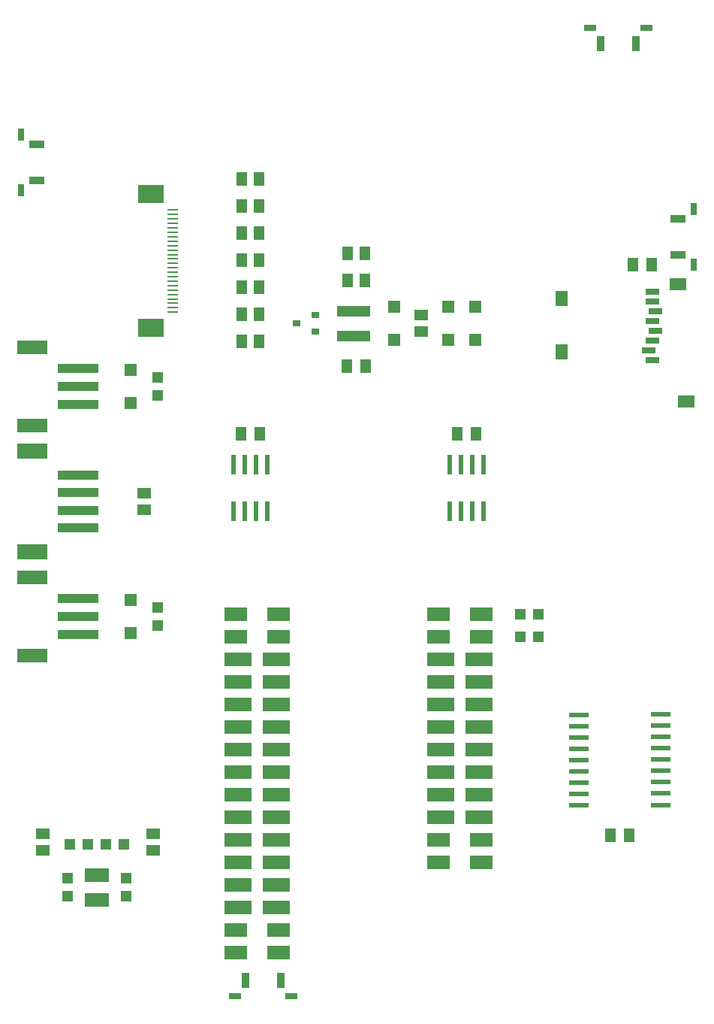
<source format=gbr>
G04 EAGLE Gerber X2 export*
%TF.Part,Single*%
%TF.FileFunction,Paste,Bot*%
%TF.FilePolarity,Positive*%
%TF.GenerationSoftware,Autodesk,EAGLE,9.1.0*%
%TF.CreationDate,2019-10-14T18:10:00Z*%
G75*
%MOMM*%
%FSLAX34Y34*%
%LPD*%
%AMOC8*
5,1,8,0,0,1.08239X$1,22.5*%
G01*
%ADD10R,1.250000X0.275000*%
%ADD11R,3.000000X2.000000*%
%ADD12R,2.540000X1.524000*%
%ADD13R,3.048000X1.524000*%
%ADD14R,1.900000X1.400000*%
%ADD15R,1.400000X1.800000*%
%ADD16R,1.500000X0.700000*%
%ADD17R,1.240000X1.500000*%
%ADD18R,4.600000X1.000000*%
%ADD19R,3.400000X1.700000*%
%ADD20R,1.500000X1.240000*%
%ADD21R,3.400000X1.600000*%
%ADD22R,1.300000X1.200000*%
%ADD23R,1.400000X1.400000*%
%ADD24R,2.700000X1.600000*%
%ADD25R,1.200000X1.300000*%
%ADD26R,3.700000X1.200000*%
%ADD27R,1.200000X1.500000*%
%ADD28R,0.900000X0.800000*%
%ADD29R,1.778000X0.900000*%
%ADD30R,0.800000X1.450000*%
%ADD31R,0.900000X1.778000*%
%ADD32R,1.450000X0.800000*%
%ADD33R,1.500000X1.300000*%
%ADD34R,2.200000X0.600000*%
%ADD35R,0.600000X2.200000*%


D10*
X176532Y899634D03*
X176532Y894634D03*
X176532Y889634D03*
X176532Y884634D03*
X176532Y879634D03*
X176532Y874634D03*
X176532Y869634D03*
X176532Y864634D03*
X176532Y859634D03*
X176532Y854634D03*
X176532Y849634D03*
X176532Y844634D03*
X176532Y839634D03*
X176532Y834634D03*
X176532Y829634D03*
X176532Y824634D03*
X176532Y819634D03*
X176532Y814634D03*
X176532Y809634D03*
X176532Y804634D03*
X176532Y799634D03*
X176532Y794634D03*
X176532Y789634D03*
X176532Y784634D03*
D11*
X151932Y918134D03*
X151932Y767034D03*
D12*
X295910Y63500D03*
X247650Y63500D03*
X295910Y88900D03*
X247650Y88900D03*
D13*
X293370Y114300D03*
X250190Y114300D03*
X293370Y139700D03*
X250190Y139700D03*
X293370Y165100D03*
X250190Y165100D03*
X293370Y190500D03*
X250190Y190500D03*
X293370Y215900D03*
X250190Y215900D03*
X293370Y241300D03*
X250190Y241300D03*
X293370Y266700D03*
X250190Y266700D03*
X293370Y292100D03*
X250190Y292100D03*
X293370Y317500D03*
X250190Y317500D03*
X293370Y342900D03*
X250190Y342900D03*
X293370Y368300D03*
X250190Y368300D03*
X293370Y393700D03*
X250190Y393700D03*
D12*
X295910Y419100D03*
X247650Y419100D03*
X295910Y444500D03*
X247650Y444500D03*
X476250Y444500D03*
X524510Y444500D03*
X476250Y419100D03*
X524510Y419100D03*
D13*
X478790Y393700D03*
X521970Y393700D03*
X478790Y368300D03*
X521970Y368300D03*
X478790Y342900D03*
X521970Y342900D03*
X478790Y317500D03*
X521970Y317500D03*
X478790Y292100D03*
X521970Y292100D03*
X478790Y266700D03*
X521970Y266700D03*
X478790Y241300D03*
X521970Y241300D03*
X478790Y215900D03*
X521970Y215900D03*
D12*
X476250Y190500D03*
X524510Y190500D03*
X476250Y165100D03*
X524510Y165100D03*
D14*
X746270Y816420D03*
X755270Y684420D03*
D15*
X615270Y800420D03*
X615270Y740420D03*
D16*
X717270Y807420D03*
X717270Y796420D03*
X721270Y785420D03*
X717270Y774420D03*
X721270Y763420D03*
X717270Y752420D03*
X713270Y741420D03*
X717270Y730420D03*
D17*
X273660Y782320D03*
X254660Y782320D03*
X273660Y812800D03*
X254660Y812800D03*
X273660Y751840D03*
X254660Y751840D03*
X273660Y843280D03*
X254660Y843280D03*
X273660Y873760D03*
X254660Y873760D03*
X273660Y904240D03*
X254660Y904240D03*
X273660Y934720D03*
X254660Y934720D03*
D18*
X70020Y601500D03*
X70020Y581500D03*
D19*
X18020Y628500D03*
X18020Y514500D03*
D18*
X70020Y561500D03*
X70020Y541500D03*
D20*
X144780Y562000D03*
X144780Y581000D03*
D18*
X70180Y461960D03*
X70180Y441960D03*
D21*
X18180Y485960D03*
X18180Y397960D03*
D18*
X70180Y421960D03*
D22*
X160020Y431800D03*
X160020Y452120D03*
D23*
X129540Y460460D03*
X129540Y423460D03*
D24*
X91440Y151160D03*
X91440Y123160D03*
D22*
X58420Y127000D03*
X58420Y147320D03*
X124460Y127000D03*
X124460Y147320D03*
D25*
X121920Y185420D03*
X101600Y185420D03*
X81280Y185420D03*
X60960Y185420D03*
D17*
X393040Y820420D03*
X374040Y820420D03*
X393040Y850900D03*
X374040Y850900D03*
D23*
X518160Y790660D03*
X518160Y753660D03*
X487680Y790660D03*
X487680Y753660D03*
D20*
X457200Y762660D03*
X457200Y781660D03*
D23*
X426720Y790660D03*
X426720Y753660D03*
D26*
X381000Y758160D03*
X381000Y786160D03*
D27*
X394040Y723900D03*
X373040Y723900D03*
D28*
X337660Y781660D03*
X337660Y762660D03*
X316660Y772160D03*
D29*
X22956Y933400D03*
X22956Y973400D03*
D30*
X5416Y921900D03*
X5416Y984900D03*
D31*
X298500Y32100D03*
X258500Y32100D03*
D32*
X310000Y14560D03*
X247000Y14560D03*
D25*
X589280Y419100D03*
X568960Y419100D03*
X589280Y444500D03*
X568960Y444500D03*
D33*
X30480Y197460D03*
X30480Y178460D03*
X154940Y178460D03*
X154940Y197460D03*
D18*
X70180Y721040D03*
X70180Y701040D03*
D21*
X18180Y745040D03*
X18180Y657040D03*
D18*
X70180Y681040D03*
D22*
X160020Y690880D03*
X160020Y711200D03*
D23*
X129540Y719540D03*
X129540Y682540D03*
D34*
X634720Y242570D03*
X726720Y293970D03*
X634720Y229870D03*
X634720Y255270D03*
X634720Y267970D03*
X726720Y281270D03*
X726720Y306670D03*
X726720Y319370D03*
X634720Y293370D03*
X634720Y280670D03*
X634720Y306070D03*
X634720Y318770D03*
X726720Y268570D03*
X726720Y255870D03*
X726720Y242870D03*
X726720Y229870D03*
X634720Y331470D03*
X726720Y332070D03*
D35*
X270510Y560740D03*
X270510Y612740D03*
X283210Y560740D03*
X257810Y560740D03*
X245110Y560740D03*
X283210Y612740D03*
X257810Y612740D03*
X245110Y612740D03*
D27*
X274660Y647700D03*
X253660Y647700D03*
X716620Y838200D03*
X695620Y838200D03*
X691220Y195580D03*
X670220Y195580D03*
D35*
X527050Y560740D03*
X514350Y560740D03*
X501650Y560740D03*
X488950Y560740D03*
X488950Y612740D03*
X501650Y612740D03*
X514350Y612740D03*
X527050Y612740D03*
D27*
X518500Y647700D03*
X497500Y647700D03*
D29*
X746664Y889558D03*
X746664Y849558D03*
D30*
X764204Y901058D03*
X764204Y838058D03*
D31*
X659080Y1087024D03*
X699080Y1087024D03*
D32*
X647580Y1104564D03*
X710580Y1104564D03*
M02*

</source>
